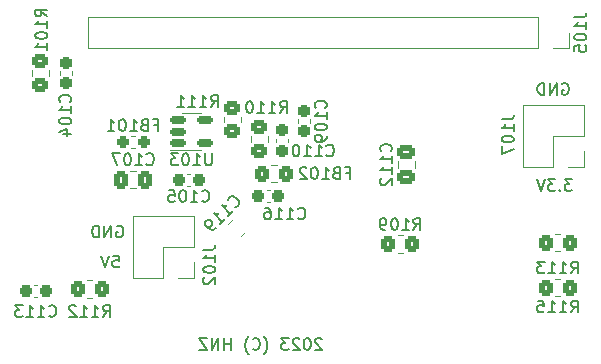
<source format=gbr>
%TF.GenerationSoftware,KiCad,Pcbnew,7.0.5*%
%TF.CreationDate,2023-07-22T19:28:39+09:00*%
%TF.ProjectId,power,706f7765-722e-46b6-9963-61645f706362,rev?*%
%TF.SameCoordinates,Original*%
%TF.FileFunction,Legend,Bot*%
%TF.FilePolarity,Positive*%
%FSLAX46Y46*%
G04 Gerber Fmt 4.6, Leading zero omitted, Abs format (unit mm)*
G04 Created by KiCad (PCBNEW 7.0.5) date 2023-07-22 19:28:39*
%MOMM*%
%LPD*%
G01*
G04 APERTURE LIST*
G04 Aperture macros list*
%AMRoundRect*
0 Rectangle with rounded corners*
0 $1 Rounding radius*
0 $2 $3 $4 $5 $6 $7 $8 $9 X,Y pos of 4 corners*
0 Add a 4 corners polygon primitive as box body*
4,1,4,$2,$3,$4,$5,$6,$7,$8,$9,$2,$3,0*
0 Add four circle primitives for the rounded corners*
1,1,$1+$1,$2,$3*
1,1,$1+$1,$4,$5*
1,1,$1+$1,$6,$7*
1,1,$1+$1,$8,$9*
0 Add four rect primitives between the rounded corners*
20,1,$1+$1,$2,$3,$4,$5,0*
20,1,$1+$1,$4,$5,$6,$7,0*
20,1,$1+$1,$6,$7,$8,$9,0*
20,1,$1+$1,$8,$9,$2,$3,0*%
G04 Aperture macros list end*
%ADD10C,0.150000*%
%ADD11C,0.120000*%
%ADD12C,1.200000*%
%ADD13O,2.600000X1.500000*%
%ADD14R,1.700000X1.700000*%
%ADD15O,1.700000X1.700000*%
%ADD16RoundRect,0.237500X0.237500X-0.300000X0.237500X0.300000X-0.237500X0.300000X-0.237500X-0.300000X0*%
%ADD17RoundRect,0.150000X-0.512500X-0.150000X0.512500X-0.150000X0.512500X0.150000X-0.512500X0.150000X0*%
%ADD18RoundRect,0.250000X0.450000X-0.350000X0.450000X0.350000X-0.450000X0.350000X-0.450000X-0.350000X0*%
%ADD19RoundRect,0.250000X0.337500X0.475000X-0.337500X0.475000X-0.337500X-0.475000X0.337500X-0.475000X0*%
%ADD20RoundRect,0.237500X-0.300000X-0.237500X0.300000X-0.237500X0.300000X0.237500X-0.300000X0.237500X0*%
%ADD21RoundRect,0.250000X0.350000X0.450000X-0.350000X0.450000X-0.350000X-0.450000X0.350000X-0.450000X0*%
%ADD22RoundRect,0.250000X-0.350000X-0.450000X0.350000X-0.450000X0.350000X0.450000X-0.350000X0.450000X0*%
%ADD23RoundRect,0.237500X-0.287500X-0.237500X0.287500X-0.237500X0.287500X0.237500X-0.287500X0.237500X0*%
%ADD24RoundRect,0.237500X0.300000X0.237500X-0.300000X0.237500X-0.300000X-0.237500X0.300000X-0.237500X0*%
%ADD25RoundRect,0.250000X-0.325000X-0.450000X0.325000X-0.450000X0.325000X0.450000X-0.325000X0.450000X0*%
%ADD26RoundRect,0.250000X-0.475000X0.337500X-0.475000X-0.337500X0.475000X-0.337500X0.475000X0.337500X0*%
%ADD27RoundRect,0.250000X-0.097227X0.574524X-0.574524X0.097227X0.097227X-0.574524X0.574524X-0.097227X0*%
G04 APERTURE END LIST*
D10*
X73088476Y-59398819D02*
X73564666Y-59398819D01*
X73564666Y-59398819D02*
X73612285Y-59875009D01*
X73612285Y-59875009D02*
X73564666Y-59827390D01*
X73564666Y-59827390D02*
X73469428Y-59779771D01*
X73469428Y-59779771D02*
X73231333Y-59779771D01*
X73231333Y-59779771D02*
X73136095Y-59827390D01*
X73136095Y-59827390D02*
X73088476Y-59875009D01*
X73088476Y-59875009D02*
X73040857Y-59970247D01*
X73040857Y-59970247D02*
X73040857Y-60208342D01*
X73040857Y-60208342D02*
X73088476Y-60303580D01*
X73088476Y-60303580D02*
X73136095Y-60351200D01*
X73136095Y-60351200D02*
X73231333Y-60398819D01*
X73231333Y-60398819D02*
X73469428Y-60398819D01*
X73469428Y-60398819D02*
X73564666Y-60351200D01*
X73564666Y-60351200D02*
X73612285Y-60303580D01*
X72755142Y-59398819D02*
X72421809Y-60398819D01*
X72421809Y-60398819D02*
X72088476Y-59398819D01*
X111966189Y-52921819D02*
X111347142Y-52921819D01*
X111347142Y-52921819D02*
X111680475Y-53302771D01*
X111680475Y-53302771D02*
X111537618Y-53302771D01*
X111537618Y-53302771D02*
X111442380Y-53350390D01*
X111442380Y-53350390D02*
X111394761Y-53398009D01*
X111394761Y-53398009D02*
X111347142Y-53493247D01*
X111347142Y-53493247D02*
X111347142Y-53731342D01*
X111347142Y-53731342D02*
X111394761Y-53826580D01*
X111394761Y-53826580D02*
X111442380Y-53874200D01*
X111442380Y-53874200D02*
X111537618Y-53921819D01*
X111537618Y-53921819D02*
X111823332Y-53921819D01*
X111823332Y-53921819D02*
X111918570Y-53874200D01*
X111918570Y-53874200D02*
X111966189Y-53826580D01*
X110918570Y-53826580D02*
X110870951Y-53874200D01*
X110870951Y-53874200D02*
X110918570Y-53921819D01*
X110918570Y-53921819D02*
X110966189Y-53874200D01*
X110966189Y-53874200D02*
X110918570Y-53826580D01*
X110918570Y-53826580D02*
X110918570Y-53921819D01*
X110537618Y-52921819D02*
X109918571Y-52921819D01*
X109918571Y-52921819D02*
X110251904Y-53302771D01*
X110251904Y-53302771D02*
X110109047Y-53302771D01*
X110109047Y-53302771D02*
X110013809Y-53350390D01*
X110013809Y-53350390D02*
X109966190Y-53398009D01*
X109966190Y-53398009D02*
X109918571Y-53493247D01*
X109918571Y-53493247D02*
X109918571Y-53731342D01*
X109918571Y-53731342D02*
X109966190Y-53826580D01*
X109966190Y-53826580D02*
X110013809Y-53874200D01*
X110013809Y-53874200D02*
X110109047Y-53921819D01*
X110109047Y-53921819D02*
X110394761Y-53921819D01*
X110394761Y-53921819D02*
X110489999Y-53874200D01*
X110489999Y-53874200D02*
X110537618Y-53826580D01*
X109632856Y-52921819D02*
X109299523Y-53921819D01*
X109299523Y-53921819D02*
X108966190Y-52921819D01*
X90764666Y-66479057D02*
X90717047Y-66431438D01*
X90717047Y-66431438D02*
X90621809Y-66383819D01*
X90621809Y-66383819D02*
X90383714Y-66383819D01*
X90383714Y-66383819D02*
X90288476Y-66431438D01*
X90288476Y-66431438D02*
X90240857Y-66479057D01*
X90240857Y-66479057D02*
X90193238Y-66574295D01*
X90193238Y-66574295D02*
X90193238Y-66669533D01*
X90193238Y-66669533D02*
X90240857Y-66812390D01*
X90240857Y-66812390D02*
X90812285Y-67383819D01*
X90812285Y-67383819D02*
X90193238Y-67383819D01*
X89574190Y-66383819D02*
X89478952Y-66383819D01*
X89478952Y-66383819D02*
X89383714Y-66431438D01*
X89383714Y-66431438D02*
X89336095Y-66479057D01*
X89336095Y-66479057D02*
X89288476Y-66574295D01*
X89288476Y-66574295D02*
X89240857Y-66764771D01*
X89240857Y-66764771D02*
X89240857Y-67002866D01*
X89240857Y-67002866D02*
X89288476Y-67193342D01*
X89288476Y-67193342D02*
X89336095Y-67288580D01*
X89336095Y-67288580D02*
X89383714Y-67336200D01*
X89383714Y-67336200D02*
X89478952Y-67383819D01*
X89478952Y-67383819D02*
X89574190Y-67383819D01*
X89574190Y-67383819D02*
X89669428Y-67336200D01*
X89669428Y-67336200D02*
X89717047Y-67288580D01*
X89717047Y-67288580D02*
X89764666Y-67193342D01*
X89764666Y-67193342D02*
X89812285Y-67002866D01*
X89812285Y-67002866D02*
X89812285Y-66764771D01*
X89812285Y-66764771D02*
X89764666Y-66574295D01*
X89764666Y-66574295D02*
X89717047Y-66479057D01*
X89717047Y-66479057D02*
X89669428Y-66431438D01*
X89669428Y-66431438D02*
X89574190Y-66383819D01*
X88859904Y-66479057D02*
X88812285Y-66431438D01*
X88812285Y-66431438D02*
X88717047Y-66383819D01*
X88717047Y-66383819D02*
X88478952Y-66383819D01*
X88478952Y-66383819D02*
X88383714Y-66431438D01*
X88383714Y-66431438D02*
X88336095Y-66479057D01*
X88336095Y-66479057D02*
X88288476Y-66574295D01*
X88288476Y-66574295D02*
X88288476Y-66669533D01*
X88288476Y-66669533D02*
X88336095Y-66812390D01*
X88336095Y-66812390D02*
X88907523Y-67383819D01*
X88907523Y-67383819D02*
X88288476Y-67383819D01*
X87955142Y-66383819D02*
X87336095Y-66383819D01*
X87336095Y-66383819D02*
X87669428Y-66764771D01*
X87669428Y-66764771D02*
X87526571Y-66764771D01*
X87526571Y-66764771D02*
X87431333Y-66812390D01*
X87431333Y-66812390D02*
X87383714Y-66860009D01*
X87383714Y-66860009D02*
X87336095Y-66955247D01*
X87336095Y-66955247D02*
X87336095Y-67193342D01*
X87336095Y-67193342D02*
X87383714Y-67288580D01*
X87383714Y-67288580D02*
X87431333Y-67336200D01*
X87431333Y-67336200D02*
X87526571Y-67383819D01*
X87526571Y-67383819D02*
X87812285Y-67383819D01*
X87812285Y-67383819D02*
X87907523Y-67336200D01*
X87907523Y-67336200D02*
X87955142Y-67288580D01*
X85859904Y-67764771D02*
X85907523Y-67717152D01*
X85907523Y-67717152D02*
X86002761Y-67574295D01*
X86002761Y-67574295D02*
X86050380Y-67479057D01*
X86050380Y-67479057D02*
X86097999Y-67336200D01*
X86097999Y-67336200D02*
X86145618Y-67098104D01*
X86145618Y-67098104D02*
X86145618Y-66907628D01*
X86145618Y-66907628D02*
X86097999Y-66669533D01*
X86097999Y-66669533D02*
X86050380Y-66526676D01*
X86050380Y-66526676D02*
X86002761Y-66431438D01*
X86002761Y-66431438D02*
X85907523Y-66288580D01*
X85907523Y-66288580D02*
X85859904Y-66240961D01*
X84907523Y-67288580D02*
X84955142Y-67336200D01*
X84955142Y-67336200D02*
X85097999Y-67383819D01*
X85097999Y-67383819D02*
X85193237Y-67383819D01*
X85193237Y-67383819D02*
X85336094Y-67336200D01*
X85336094Y-67336200D02*
X85431332Y-67240961D01*
X85431332Y-67240961D02*
X85478951Y-67145723D01*
X85478951Y-67145723D02*
X85526570Y-66955247D01*
X85526570Y-66955247D02*
X85526570Y-66812390D01*
X85526570Y-66812390D02*
X85478951Y-66621914D01*
X85478951Y-66621914D02*
X85431332Y-66526676D01*
X85431332Y-66526676D02*
X85336094Y-66431438D01*
X85336094Y-66431438D02*
X85193237Y-66383819D01*
X85193237Y-66383819D02*
X85097999Y-66383819D01*
X85097999Y-66383819D02*
X84955142Y-66431438D01*
X84955142Y-66431438D02*
X84907523Y-66479057D01*
X84574189Y-67764771D02*
X84526570Y-67717152D01*
X84526570Y-67717152D02*
X84431332Y-67574295D01*
X84431332Y-67574295D02*
X84383713Y-67479057D01*
X84383713Y-67479057D02*
X84336094Y-67336200D01*
X84336094Y-67336200D02*
X84288475Y-67098104D01*
X84288475Y-67098104D02*
X84288475Y-66907628D01*
X84288475Y-66907628D02*
X84336094Y-66669533D01*
X84336094Y-66669533D02*
X84383713Y-66526676D01*
X84383713Y-66526676D02*
X84431332Y-66431438D01*
X84431332Y-66431438D02*
X84526570Y-66288580D01*
X84526570Y-66288580D02*
X84574189Y-66240961D01*
X83050379Y-67383819D02*
X83050379Y-66383819D01*
X83050379Y-66860009D02*
X82478951Y-66860009D01*
X82478951Y-67383819D02*
X82478951Y-66383819D01*
X82002760Y-67383819D02*
X82002760Y-66383819D01*
X82002760Y-66383819D02*
X81431332Y-67383819D01*
X81431332Y-67383819D02*
X81431332Y-66383819D01*
X81050379Y-66383819D02*
X80383713Y-66383819D01*
X80383713Y-66383819D02*
X81050379Y-67383819D01*
X81050379Y-67383819D02*
X80383713Y-67383819D01*
X73405904Y-56906438D02*
X73501142Y-56858819D01*
X73501142Y-56858819D02*
X73643999Y-56858819D01*
X73643999Y-56858819D02*
X73786856Y-56906438D01*
X73786856Y-56906438D02*
X73882094Y-57001676D01*
X73882094Y-57001676D02*
X73929713Y-57096914D01*
X73929713Y-57096914D02*
X73977332Y-57287390D01*
X73977332Y-57287390D02*
X73977332Y-57430247D01*
X73977332Y-57430247D02*
X73929713Y-57620723D01*
X73929713Y-57620723D02*
X73882094Y-57715961D01*
X73882094Y-57715961D02*
X73786856Y-57811200D01*
X73786856Y-57811200D02*
X73643999Y-57858819D01*
X73643999Y-57858819D02*
X73548761Y-57858819D01*
X73548761Y-57858819D02*
X73405904Y-57811200D01*
X73405904Y-57811200D02*
X73358285Y-57763580D01*
X73358285Y-57763580D02*
X73358285Y-57430247D01*
X73358285Y-57430247D02*
X73548761Y-57430247D01*
X72929713Y-57858819D02*
X72929713Y-56858819D01*
X72929713Y-56858819D02*
X72358285Y-57858819D01*
X72358285Y-57858819D02*
X72358285Y-56858819D01*
X71882094Y-57858819D02*
X71882094Y-56858819D01*
X71882094Y-56858819D02*
X71643999Y-56858819D01*
X71643999Y-56858819D02*
X71501142Y-56906438D01*
X71501142Y-56906438D02*
X71405904Y-57001676D01*
X71405904Y-57001676D02*
X71358285Y-57096914D01*
X71358285Y-57096914D02*
X71310666Y-57287390D01*
X71310666Y-57287390D02*
X71310666Y-57430247D01*
X71310666Y-57430247D02*
X71358285Y-57620723D01*
X71358285Y-57620723D02*
X71405904Y-57715961D01*
X71405904Y-57715961D02*
X71501142Y-57811200D01*
X71501142Y-57811200D02*
X71643999Y-57858819D01*
X71643999Y-57858819D02*
X71882094Y-57858819D01*
X111124904Y-44841438D02*
X111220142Y-44793819D01*
X111220142Y-44793819D02*
X111362999Y-44793819D01*
X111362999Y-44793819D02*
X111505856Y-44841438D01*
X111505856Y-44841438D02*
X111601094Y-44936676D01*
X111601094Y-44936676D02*
X111648713Y-45031914D01*
X111648713Y-45031914D02*
X111696332Y-45222390D01*
X111696332Y-45222390D02*
X111696332Y-45365247D01*
X111696332Y-45365247D02*
X111648713Y-45555723D01*
X111648713Y-45555723D02*
X111601094Y-45650961D01*
X111601094Y-45650961D02*
X111505856Y-45746200D01*
X111505856Y-45746200D02*
X111362999Y-45793819D01*
X111362999Y-45793819D02*
X111267761Y-45793819D01*
X111267761Y-45793819D02*
X111124904Y-45746200D01*
X111124904Y-45746200D02*
X111077285Y-45698580D01*
X111077285Y-45698580D02*
X111077285Y-45365247D01*
X111077285Y-45365247D02*
X111267761Y-45365247D01*
X110648713Y-45793819D02*
X110648713Y-44793819D01*
X110648713Y-44793819D02*
X110077285Y-45793819D01*
X110077285Y-45793819D02*
X110077285Y-44793819D01*
X109601094Y-45793819D02*
X109601094Y-44793819D01*
X109601094Y-44793819D02*
X109362999Y-44793819D01*
X109362999Y-44793819D02*
X109220142Y-44841438D01*
X109220142Y-44841438D02*
X109124904Y-44936676D01*
X109124904Y-44936676D02*
X109077285Y-45031914D01*
X109077285Y-45031914D02*
X109029666Y-45222390D01*
X109029666Y-45222390D02*
X109029666Y-45365247D01*
X109029666Y-45365247D02*
X109077285Y-45555723D01*
X109077285Y-45555723D02*
X109124904Y-45650961D01*
X109124904Y-45650961D02*
X109220142Y-45746200D01*
X109220142Y-45746200D02*
X109362999Y-45793819D01*
X109362999Y-45793819D02*
X109601094Y-45793819D01*
%TO.C,C104*%
X69447580Y-46378952D02*
X69495200Y-46331333D01*
X69495200Y-46331333D02*
X69542819Y-46188476D01*
X69542819Y-46188476D02*
X69542819Y-46093238D01*
X69542819Y-46093238D02*
X69495200Y-45950381D01*
X69495200Y-45950381D02*
X69399961Y-45855143D01*
X69399961Y-45855143D02*
X69304723Y-45807524D01*
X69304723Y-45807524D02*
X69114247Y-45759905D01*
X69114247Y-45759905D02*
X68971390Y-45759905D01*
X68971390Y-45759905D02*
X68780914Y-45807524D01*
X68780914Y-45807524D02*
X68685676Y-45855143D01*
X68685676Y-45855143D02*
X68590438Y-45950381D01*
X68590438Y-45950381D02*
X68542819Y-46093238D01*
X68542819Y-46093238D02*
X68542819Y-46188476D01*
X68542819Y-46188476D02*
X68590438Y-46331333D01*
X68590438Y-46331333D02*
X68638057Y-46378952D01*
X69542819Y-47331333D02*
X69542819Y-46759905D01*
X69542819Y-47045619D02*
X68542819Y-47045619D01*
X68542819Y-47045619D02*
X68685676Y-46950381D01*
X68685676Y-46950381D02*
X68780914Y-46855143D01*
X68780914Y-46855143D02*
X68828533Y-46759905D01*
X68542819Y-47950381D02*
X68542819Y-48045619D01*
X68542819Y-48045619D02*
X68590438Y-48140857D01*
X68590438Y-48140857D02*
X68638057Y-48188476D01*
X68638057Y-48188476D02*
X68733295Y-48236095D01*
X68733295Y-48236095D02*
X68923771Y-48283714D01*
X68923771Y-48283714D02*
X69161866Y-48283714D01*
X69161866Y-48283714D02*
X69352342Y-48236095D01*
X69352342Y-48236095D02*
X69447580Y-48188476D01*
X69447580Y-48188476D02*
X69495200Y-48140857D01*
X69495200Y-48140857D02*
X69542819Y-48045619D01*
X69542819Y-48045619D02*
X69542819Y-47950381D01*
X69542819Y-47950381D02*
X69495200Y-47855143D01*
X69495200Y-47855143D02*
X69447580Y-47807524D01*
X69447580Y-47807524D02*
X69352342Y-47759905D01*
X69352342Y-47759905D02*
X69161866Y-47712286D01*
X69161866Y-47712286D02*
X68923771Y-47712286D01*
X68923771Y-47712286D02*
X68733295Y-47759905D01*
X68733295Y-47759905D02*
X68638057Y-47807524D01*
X68638057Y-47807524D02*
X68590438Y-47855143D01*
X68590438Y-47855143D02*
X68542819Y-47950381D01*
X68876152Y-49140857D02*
X69542819Y-49140857D01*
X68495200Y-48902762D02*
X69209485Y-48664667D01*
X69209485Y-48664667D02*
X69209485Y-49283714D01*
%TO.C,U103*%
X81470285Y-50749819D02*
X81470285Y-51559342D01*
X81470285Y-51559342D02*
X81422666Y-51654580D01*
X81422666Y-51654580D02*
X81375047Y-51702200D01*
X81375047Y-51702200D02*
X81279809Y-51749819D01*
X81279809Y-51749819D02*
X81089333Y-51749819D01*
X81089333Y-51749819D02*
X80994095Y-51702200D01*
X80994095Y-51702200D02*
X80946476Y-51654580D01*
X80946476Y-51654580D02*
X80898857Y-51559342D01*
X80898857Y-51559342D02*
X80898857Y-50749819D01*
X79898857Y-51749819D02*
X80470285Y-51749819D01*
X80184571Y-51749819D02*
X80184571Y-50749819D01*
X80184571Y-50749819D02*
X80279809Y-50892676D01*
X80279809Y-50892676D02*
X80375047Y-50987914D01*
X80375047Y-50987914D02*
X80470285Y-51035533D01*
X79279809Y-50749819D02*
X79184571Y-50749819D01*
X79184571Y-50749819D02*
X79089333Y-50797438D01*
X79089333Y-50797438D02*
X79041714Y-50845057D01*
X79041714Y-50845057D02*
X78994095Y-50940295D01*
X78994095Y-50940295D02*
X78946476Y-51130771D01*
X78946476Y-51130771D02*
X78946476Y-51368866D01*
X78946476Y-51368866D02*
X78994095Y-51559342D01*
X78994095Y-51559342D02*
X79041714Y-51654580D01*
X79041714Y-51654580D02*
X79089333Y-51702200D01*
X79089333Y-51702200D02*
X79184571Y-51749819D01*
X79184571Y-51749819D02*
X79279809Y-51749819D01*
X79279809Y-51749819D02*
X79375047Y-51702200D01*
X79375047Y-51702200D02*
X79422666Y-51654580D01*
X79422666Y-51654580D02*
X79470285Y-51559342D01*
X79470285Y-51559342D02*
X79517904Y-51368866D01*
X79517904Y-51368866D02*
X79517904Y-51130771D01*
X79517904Y-51130771D02*
X79470285Y-50940295D01*
X79470285Y-50940295D02*
X79422666Y-50845057D01*
X79422666Y-50845057D02*
X79375047Y-50797438D01*
X79375047Y-50797438D02*
X79279809Y-50749819D01*
X78613142Y-50749819D02*
X77994095Y-50749819D01*
X77994095Y-50749819D02*
X78327428Y-51130771D01*
X78327428Y-51130771D02*
X78184571Y-51130771D01*
X78184571Y-51130771D02*
X78089333Y-51178390D01*
X78089333Y-51178390D02*
X78041714Y-51226009D01*
X78041714Y-51226009D02*
X77994095Y-51321247D01*
X77994095Y-51321247D02*
X77994095Y-51559342D01*
X77994095Y-51559342D02*
X78041714Y-51654580D01*
X78041714Y-51654580D02*
X78089333Y-51702200D01*
X78089333Y-51702200D02*
X78184571Y-51749819D01*
X78184571Y-51749819D02*
X78470285Y-51749819D01*
X78470285Y-51749819D02*
X78565523Y-51702200D01*
X78565523Y-51702200D02*
X78613142Y-51654580D01*
%TO.C,R111*%
X81383047Y-46809819D02*
X81716380Y-46333628D01*
X81954475Y-46809819D02*
X81954475Y-45809819D01*
X81954475Y-45809819D02*
X81573523Y-45809819D01*
X81573523Y-45809819D02*
X81478285Y-45857438D01*
X81478285Y-45857438D02*
X81430666Y-45905057D01*
X81430666Y-45905057D02*
X81383047Y-46000295D01*
X81383047Y-46000295D02*
X81383047Y-46143152D01*
X81383047Y-46143152D02*
X81430666Y-46238390D01*
X81430666Y-46238390D02*
X81478285Y-46286009D01*
X81478285Y-46286009D02*
X81573523Y-46333628D01*
X81573523Y-46333628D02*
X81954475Y-46333628D01*
X80430666Y-46809819D02*
X81002094Y-46809819D01*
X80716380Y-46809819D02*
X80716380Y-45809819D01*
X80716380Y-45809819D02*
X80811618Y-45952676D01*
X80811618Y-45952676D02*
X80906856Y-46047914D01*
X80906856Y-46047914D02*
X81002094Y-46095533D01*
X79478285Y-46809819D02*
X80049713Y-46809819D01*
X79763999Y-46809819D02*
X79763999Y-45809819D01*
X79763999Y-45809819D02*
X79859237Y-45952676D01*
X79859237Y-45952676D02*
X79954475Y-46047914D01*
X79954475Y-46047914D02*
X80049713Y-46095533D01*
X78525904Y-46809819D02*
X79097332Y-46809819D01*
X78811618Y-46809819D02*
X78811618Y-45809819D01*
X78811618Y-45809819D02*
X78906856Y-45952676D01*
X78906856Y-45952676D02*
X79002094Y-46047914D01*
X79002094Y-46047914D02*
X79097332Y-46095533D01*
%TO.C,C107*%
X75922047Y-51638580D02*
X75969666Y-51686200D01*
X75969666Y-51686200D02*
X76112523Y-51733819D01*
X76112523Y-51733819D02*
X76207761Y-51733819D01*
X76207761Y-51733819D02*
X76350618Y-51686200D01*
X76350618Y-51686200D02*
X76445856Y-51590961D01*
X76445856Y-51590961D02*
X76493475Y-51495723D01*
X76493475Y-51495723D02*
X76541094Y-51305247D01*
X76541094Y-51305247D02*
X76541094Y-51162390D01*
X76541094Y-51162390D02*
X76493475Y-50971914D01*
X76493475Y-50971914D02*
X76445856Y-50876676D01*
X76445856Y-50876676D02*
X76350618Y-50781438D01*
X76350618Y-50781438D02*
X76207761Y-50733819D01*
X76207761Y-50733819D02*
X76112523Y-50733819D01*
X76112523Y-50733819D02*
X75969666Y-50781438D01*
X75969666Y-50781438D02*
X75922047Y-50829057D01*
X74969666Y-51733819D02*
X75541094Y-51733819D01*
X75255380Y-51733819D02*
X75255380Y-50733819D01*
X75255380Y-50733819D02*
X75350618Y-50876676D01*
X75350618Y-50876676D02*
X75445856Y-50971914D01*
X75445856Y-50971914D02*
X75541094Y-51019533D01*
X74350618Y-50733819D02*
X74255380Y-50733819D01*
X74255380Y-50733819D02*
X74160142Y-50781438D01*
X74160142Y-50781438D02*
X74112523Y-50829057D01*
X74112523Y-50829057D02*
X74064904Y-50924295D01*
X74064904Y-50924295D02*
X74017285Y-51114771D01*
X74017285Y-51114771D02*
X74017285Y-51352866D01*
X74017285Y-51352866D02*
X74064904Y-51543342D01*
X74064904Y-51543342D02*
X74112523Y-51638580D01*
X74112523Y-51638580D02*
X74160142Y-51686200D01*
X74160142Y-51686200D02*
X74255380Y-51733819D01*
X74255380Y-51733819D02*
X74350618Y-51733819D01*
X74350618Y-51733819D02*
X74445856Y-51686200D01*
X74445856Y-51686200D02*
X74493475Y-51638580D01*
X74493475Y-51638580D02*
X74541094Y-51543342D01*
X74541094Y-51543342D02*
X74588713Y-51352866D01*
X74588713Y-51352866D02*
X74588713Y-51114771D01*
X74588713Y-51114771D02*
X74541094Y-50924295D01*
X74541094Y-50924295D02*
X74493475Y-50829057D01*
X74493475Y-50829057D02*
X74445856Y-50781438D01*
X74445856Y-50781438D02*
X74350618Y-50733819D01*
X73683951Y-50733819D02*
X73017285Y-50733819D01*
X73017285Y-50733819D02*
X73445856Y-51733819D01*
%TO.C,J105*%
X112147819Y-39227285D02*
X112862104Y-39227285D01*
X112862104Y-39227285D02*
X113004961Y-39179666D01*
X113004961Y-39179666D02*
X113100200Y-39084428D01*
X113100200Y-39084428D02*
X113147819Y-38941571D01*
X113147819Y-38941571D02*
X113147819Y-38846333D01*
X113147819Y-40227285D02*
X113147819Y-39655857D01*
X113147819Y-39941571D02*
X112147819Y-39941571D01*
X112147819Y-39941571D02*
X112290676Y-39846333D01*
X112290676Y-39846333D02*
X112385914Y-39751095D01*
X112385914Y-39751095D02*
X112433533Y-39655857D01*
X112147819Y-40846333D02*
X112147819Y-40941571D01*
X112147819Y-40941571D02*
X112195438Y-41036809D01*
X112195438Y-41036809D02*
X112243057Y-41084428D01*
X112243057Y-41084428D02*
X112338295Y-41132047D01*
X112338295Y-41132047D02*
X112528771Y-41179666D01*
X112528771Y-41179666D02*
X112766866Y-41179666D01*
X112766866Y-41179666D02*
X112957342Y-41132047D01*
X112957342Y-41132047D02*
X113052580Y-41084428D01*
X113052580Y-41084428D02*
X113100200Y-41036809D01*
X113100200Y-41036809D02*
X113147819Y-40941571D01*
X113147819Y-40941571D02*
X113147819Y-40846333D01*
X113147819Y-40846333D02*
X113100200Y-40751095D01*
X113100200Y-40751095D02*
X113052580Y-40703476D01*
X113052580Y-40703476D02*
X112957342Y-40655857D01*
X112957342Y-40655857D02*
X112766866Y-40608238D01*
X112766866Y-40608238D02*
X112528771Y-40608238D01*
X112528771Y-40608238D02*
X112338295Y-40655857D01*
X112338295Y-40655857D02*
X112243057Y-40703476D01*
X112243057Y-40703476D02*
X112195438Y-40751095D01*
X112195438Y-40751095D02*
X112147819Y-40846333D01*
X112147819Y-42084428D02*
X112147819Y-41608238D01*
X112147819Y-41608238D02*
X112624009Y-41560619D01*
X112624009Y-41560619D02*
X112576390Y-41608238D01*
X112576390Y-41608238D02*
X112528771Y-41703476D01*
X112528771Y-41703476D02*
X112528771Y-41941571D01*
X112528771Y-41941571D02*
X112576390Y-42036809D01*
X112576390Y-42036809D02*
X112624009Y-42084428D01*
X112624009Y-42084428D02*
X112719247Y-42132047D01*
X112719247Y-42132047D02*
X112957342Y-42132047D01*
X112957342Y-42132047D02*
X113052580Y-42084428D01*
X113052580Y-42084428D02*
X113100200Y-42036809D01*
X113100200Y-42036809D02*
X113147819Y-41941571D01*
X113147819Y-41941571D02*
X113147819Y-41703476D01*
X113147819Y-41703476D02*
X113100200Y-41608238D01*
X113100200Y-41608238D02*
X113052580Y-41560619D01*
%TO.C,C105*%
X80621047Y-54748580D02*
X80668666Y-54796200D01*
X80668666Y-54796200D02*
X80811523Y-54843819D01*
X80811523Y-54843819D02*
X80906761Y-54843819D01*
X80906761Y-54843819D02*
X81049618Y-54796200D01*
X81049618Y-54796200D02*
X81144856Y-54700961D01*
X81144856Y-54700961D02*
X81192475Y-54605723D01*
X81192475Y-54605723D02*
X81240094Y-54415247D01*
X81240094Y-54415247D02*
X81240094Y-54272390D01*
X81240094Y-54272390D02*
X81192475Y-54081914D01*
X81192475Y-54081914D02*
X81144856Y-53986676D01*
X81144856Y-53986676D02*
X81049618Y-53891438D01*
X81049618Y-53891438D02*
X80906761Y-53843819D01*
X80906761Y-53843819D02*
X80811523Y-53843819D01*
X80811523Y-53843819D02*
X80668666Y-53891438D01*
X80668666Y-53891438D02*
X80621047Y-53939057D01*
X79668666Y-54843819D02*
X80240094Y-54843819D01*
X79954380Y-54843819D02*
X79954380Y-53843819D01*
X79954380Y-53843819D02*
X80049618Y-53986676D01*
X80049618Y-53986676D02*
X80144856Y-54081914D01*
X80144856Y-54081914D02*
X80240094Y-54129533D01*
X79049618Y-53843819D02*
X78954380Y-53843819D01*
X78954380Y-53843819D02*
X78859142Y-53891438D01*
X78859142Y-53891438D02*
X78811523Y-53939057D01*
X78811523Y-53939057D02*
X78763904Y-54034295D01*
X78763904Y-54034295D02*
X78716285Y-54224771D01*
X78716285Y-54224771D02*
X78716285Y-54462866D01*
X78716285Y-54462866D02*
X78763904Y-54653342D01*
X78763904Y-54653342D02*
X78811523Y-54748580D01*
X78811523Y-54748580D02*
X78859142Y-54796200D01*
X78859142Y-54796200D02*
X78954380Y-54843819D01*
X78954380Y-54843819D02*
X79049618Y-54843819D01*
X79049618Y-54843819D02*
X79144856Y-54796200D01*
X79144856Y-54796200D02*
X79192475Y-54748580D01*
X79192475Y-54748580D02*
X79240094Y-54653342D01*
X79240094Y-54653342D02*
X79287713Y-54462866D01*
X79287713Y-54462866D02*
X79287713Y-54224771D01*
X79287713Y-54224771D02*
X79240094Y-54034295D01*
X79240094Y-54034295D02*
X79192475Y-53939057D01*
X79192475Y-53939057D02*
X79144856Y-53891438D01*
X79144856Y-53891438D02*
X79049618Y-53843819D01*
X77811523Y-53843819D02*
X78287713Y-53843819D01*
X78287713Y-53843819D02*
X78335332Y-54320009D01*
X78335332Y-54320009D02*
X78287713Y-54272390D01*
X78287713Y-54272390D02*
X78192475Y-54224771D01*
X78192475Y-54224771D02*
X77954380Y-54224771D01*
X77954380Y-54224771D02*
X77859142Y-54272390D01*
X77859142Y-54272390D02*
X77811523Y-54320009D01*
X77811523Y-54320009D02*
X77763904Y-54415247D01*
X77763904Y-54415247D02*
X77763904Y-54653342D01*
X77763904Y-54653342D02*
X77811523Y-54748580D01*
X77811523Y-54748580D02*
X77859142Y-54796200D01*
X77859142Y-54796200D02*
X77954380Y-54843819D01*
X77954380Y-54843819D02*
X78192475Y-54843819D01*
X78192475Y-54843819D02*
X78287713Y-54796200D01*
X78287713Y-54796200D02*
X78335332Y-54748580D01*
%TO.C,R112*%
X72239047Y-64589819D02*
X72572380Y-64113628D01*
X72810475Y-64589819D02*
X72810475Y-63589819D01*
X72810475Y-63589819D02*
X72429523Y-63589819D01*
X72429523Y-63589819D02*
X72334285Y-63637438D01*
X72334285Y-63637438D02*
X72286666Y-63685057D01*
X72286666Y-63685057D02*
X72239047Y-63780295D01*
X72239047Y-63780295D02*
X72239047Y-63923152D01*
X72239047Y-63923152D02*
X72286666Y-64018390D01*
X72286666Y-64018390D02*
X72334285Y-64066009D01*
X72334285Y-64066009D02*
X72429523Y-64113628D01*
X72429523Y-64113628D02*
X72810475Y-64113628D01*
X71286666Y-64589819D02*
X71858094Y-64589819D01*
X71572380Y-64589819D02*
X71572380Y-63589819D01*
X71572380Y-63589819D02*
X71667618Y-63732676D01*
X71667618Y-63732676D02*
X71762856Y-63827914D01*
X71762856Y-63827914D02*
X71858094Y-63875533D01*
X70334285Y-64589819D02*
X70905713Y-64589819D01*
X70619999Y-64589819D02*
X70619999Y-63589819D01*
X70619999Y-63589819D02*
X70715237Y-63732676D01*
X70715237Y-63732676D02*
X70810475Y-63827914D01*
X70810475Y-63827914D02*
X70905713Y-63875533D01*
X69953332Y-63685057D02*
X69905713Y-63637438D01*
X69905713Y-63637438D02*
X69810475Y-63589819D01*
X69810475Y-63589819D02*
X69572380Y-63589819D01*
X69572380Y-63589819D02*
X69477142Y-63637438D01*
X69477142Y-63637438D02*
X69429523Y-63685057D01*
X69429523Y-63685057D02*
X69381904Y-63780295D01*
X69381904Y-63780295D02*
X69381904Y-63875533D01*
X69381904Y-63875533D02*
X69429523Y-64018390D01*
X69429523Y-64018390D02*
X70000951Y-64589819D01*
X70000951Y-64589819D02*
X69381904Y-64589819D01*
%TO.C,R115*%
X111863047Y-64207819D02*
X112196380Y-63731628D01*
X112434475Y-64207819D02*
X112434475Y-63207819D01*
X112434475Y-63207819D02*
X112053523Y-63207819D01*
X112053523Y-63207819D02*
X111958285Y-63255438D01*
X111958285Y-63255438D02*
X111910666Y-63303057D01*
X111910666Y-63303057D02*
X111863047Y-63398295D01*
X111863047Y-63398295D02*
X111863047Y-63541152D01*
X111863047Y-63541152D02*
X111910666Y-63636390D01*
X111910666Y-63636390D02*
X111958285Y-63684009D01*
X111958285Y-63684009D02*
X112053523Y-63731628D01*
X112053523Y-63731628D02*
X112434475Y-63731628D01*
X110910666Y-64207819D02*
X111482094Y-64207819D01*
X111196380Y-64207819D02*
X111196380Y-63207819D01*
X111196380Y-63207819D02*
X111291618Y-63350676D01*
X111291618Y-63350676D02*
X111386856Y-63445914D01*
X111386856Y-63445914D02*
X111482094Y-63493533D01*
X109958285Y-64207819D02*
X110529713Y-64207819D01*
X110243999Y-64207819D02*
X110243999Y-63207819D01*
X110243999Y-63207819D02*
X110339237Y-63350676D01*
X110339237Y-63350676D02*
X110434475Y-63445914D01*
X110434475Y-63445914D02*
X110529713Y-63493533D01*
X109053523Y-63207819D02*
X109529713Y-63207819D01*
X109529713Y-63207819D02*
X109577332Y-63684009D01*
X109577332Y-63684009D02*
X109529713Y-63636390D01*
X109529713Y-63636390D02*
X109434475Y-63588771D01*
X109434475Y-63588771D02*
X109196380Y-63588771D01*
X109196380Y-63588771D02*
X109101142Y-63636390D01*
X109101142Y-63636390D02*
X109053523Y-63684009D01*
X109053523Y-63684009D02*
X109005904Y-63779247D01*
X109005904Y-63779247D02*
X109005904Y-64017342D01*
X109005904Y-64017342D02*
X109053523Y-64112580D01*
X109053523Y-64112580D02*
X109101142Y-64160200D01*
X109101142Y-64160200D02*
X109196380Y-64207819D01*
X109196380Y-64207819D02*
X109434475Y-64207819D01*
X109434475Y-64207819D02*
X109529713Y-64160200D01*
X109529713Y-64160200D02*
X109577332Y-64112580D01*
%TO.C,J102*%
X80734819Y-58912285D02*
X81449104Y-58912285D01*
X81449104Y-58912285D02*
X81591961Y-58864666D01*
X81591961Y-58864666D02*
X81687200Y-58769428D01*
X81687200Y-58769428D02*
X81734819Y-58626571D01*
X81734819Y-58626571D02*
X81734819Y-58531333D01*
X81734819Y-59912285D02*
X81734819Y-59340857D01*
X81734819Y-59626571D02*
X80734819Y-59626571D01*
X80734819Y-59626571D02*
X80877676Y-59531333D01*
X80877676Y-59531333D02*
X80972914Y-59436095D01*
X80972914Y-59436095D02*
X81020533Y-59340857D01*
X80734819Y-60531333D02*
X80734819Y-60626571D01*
X80734819Y-60626571D02*
X80782438Y-60721809D01*
X80782438Y-60721809D02*
X80830057Y-60769428D01*
X80830057Y-60769428D02*
X80925295Y-60817047D01*
X80925295Y-60817047D02*
X81115771Y-60864666D01*
X81115771Y-60864666D02*
X81353866Y-60864666D01*
X81353866Y-60864666D02*
X81544342Y-60817047D01*
X81544342Y-60817047D02*
X81639580Y-60769428D01*
X81639580Y-60769428D02*
X81687200Y-60721809D01*
X81687200Y-60721809D02*
X81734819Y-60626571D01*
X81734819Y-60626571D02*
X81734819Y-60531333D01*
X81734819Y-60531333D02*
X81687200Y-60436095D01*
X81687200Y-60436095D02*
X81639580Y-60388476D01*
X81639580Y-60388476D02*
X81544342Y-60340857D01*
X81544342Y-60340857D02*
X81353866Y-60293238D01*
X81353866Y-60293238D02*
X81115771Y-60293238D01*
X81115771Y-60293238D02*
X80925295Y-60340857D01*
X80925295Y-60340857D02*
X80830057Y-60388476D01*
X80830057Y-60388476D02*
X80782438Y-60436095D01*
X80782438Y-60436095D02*
X80734819Y-60531333D01*
X80830057Y-61245619D02*
X80782438Y-61293238D01*
X80782438Y-61293238D02*
X80734819Y-61388476D01*
X80734819Y-61388476D02*
X80734819Y-61626571D01*
X80734819Y-61626571D02*
X80782438Y-61721809D01*
X80782438Y-61721809D02*
X80830057Y-61769428D01*
X80830057Y-61769428D02*
X80925295Y-61817047D01*
X80925295Y-61817047D02*
X81020533Y-61817047D01*
X81020533Y-61817047D02*
X81163390Y-61769428D01*
X81163390Y-61769428D02*
X81734819Y-61198000D01*
X81734819Y-61198000D02*
X81734819Y-61817047D01*
%TO.C,R113*%
X111863047Y-60906819D02*
X112196380Y-60430628D01*
X112434475Y-60906819D02*
X112434475Y-59906819D01*
X112434475Y-59906819D02*
X112053523Y-59906819D01*
X112053523Y-59906819D02*
X111958285Y-59954438D01*
X111958285Y-59954438D02*
X111910666Y-60002057D01*
X111910666Y-60002057D02*
X111863047Y-60097295D01*
X111863047Y-60097295D02*
X111863047Y-60240152D01*
X111863047Y-60240152D02*
X111910666Y-60335390D01*
X111910666Y-60335390D02*
X111958285Y-60383009D01*
X111958285Y-60383009D02*
X112053523Y-60430628D01*
X112053523Y-60430628D02*
X112434475Y-60430628D01*
X110910666Y-60906819D02*
X111482094Y-60906819D01*
X111196380Y-60906819D02*
X111196380Y-59906819D01*
X111196380Y-59906819D02*
X111291618Y-60049676D01*
X111291618Y-60049676D02*
X111386856Y-60144914D01*
X111386856Y-60144914D02*
X111482094Y-60192533D01*
X109958285Y-60906819D02*
X110529713Y-60906819D01*
X110243999Y-60906819D02*
X110243999Y-59906819D01*
X110243999Y-59906819D02*
X110339237Y-60049676D01*
X110339237Y-60049676D02*
X110434475Y-60144914D01*
X110434475Y-60144914D02*
X110529713Y-60192533D01*
X109624951Y-59906819D02*
X109005904Y-59906819D01*
X109005904Y-59906819D02*
X109339237Y-60287771D01*
X109339237Y-60287771D02*
X109196380Y-60287771D01*
X109196380Y-60287771D02*
X109101142Y-60335390D01*
X109101142Y-60335390D02*
X109053523Y-60383009D01*
X109053523Y-60383009D02*
X109005904Y-60478247D01*
X109005904Y-60478247D02*
X109005904Y-60716342D01*
X109005904Y-60716342D02*
X109053523Y-60811580D01*
X109053523Y-60811580D02*
X109101142Y-60859200D01*
X109101142Y-60859200D02*
X109196380Y-60906819D01*
X109196380Y-60906819D02*
X109482094Y-60906819D01*
X109482094Y-60906819D02*
X109577332Y-60859200D01*
X109577332Y-60859200D02*
X109624951Y-60811580D01*
%TO.C,C109*%
X91070580Y-46886952D02*
X91118200Y-46839333D01*
X91118200Y-46839333D02*
X91165819Y-46696476D01*
X91165819Y-46696476D02*
X91165819Y-46601238D01*
X91165819Y-46601238D02*
X91118200Y-46458381D01*
X91118200Y-46458381D02*
X91022961Y-46363143D01*
X91022961Y-46363143D02*
X90927723Y-46315524D01*
X90927723Y-46315524D02*
X90737247Y-46267905D01*
X90737247Y-46267905D02*
X90594390Y-46267905D01*
X90594390Y-46267905D02*
X90403914Y-46315524D01*
X90403914Y-46315524D02*
X90308676Y-46363143D01*
X90308676Y-46363143D02*
X90213438Y-46458381D01*
X90213438Y-46458381D02*
X90165819Y-46601238D01*
X90165819Y-46601238D02*
X90165819Y-46696476D01*
X90165819Y-46696476D02*
X90213438Y-46839333D01*
X90213438Y-46839333D02*
X90261057Y-46886952D01*
X91165819Y-47839333D02*
X91165819Y-47267905D01*
X91165819Y-47553619D02*
X90165819Y-47553619D01*
X90165819Y-47553619D02*
X90308676Y-47458381D01*
X90308676Y-47458381D02*
X90403914Y-47363143D01*
X90403914Y-47363143D02*
X90451533Y-47267905D01*
X90165819Y-48458381D02*
X90165819Y-48553619D01*
X90165819Y-48553619D02*
X90213438Y-48648857D01*
X90213438Y-48648857D02*
X90261057Y-48696476D01*
X90261057Y-48696476D02*
X90356295Y-48744095D01*
X90356295Y-48744095D02*
X90546771Y-48791714D01*
X90546771Y-48791714D02*
X90784866Y-48791714D01*
X90784866Y-48791714D02*
X90975342Y-48744095D01*
X90975342Y-48744095D02*
X91070580Y-48696476D01*
X91070580Y-48696476D02*
X91118200Y-48648857D01*
X91118200Y-48648857D02*
X91165819Y-48553619D01*
X91165819Y-48553619D02*
X91165819Y-48458381D01*
X91165819Y-48458381D02*
X91118200Y-48363143D01*
X91118200Y-48363143D02*
X91070580Y-48315524D01*
X91070580Y-48315524D02*
X90975342Y-48267905D01*
X90975342Y-48267905D02*
X90784866Y-48220286D01*
X90784866Y-48220286D02*
X90546771Y-48220286D01*
X90546771Y-48220286D02*
X90356295Y-48267905D01*
X90356295Y-48267905D02*
X90261057Y-48315524D01*
X90261057Y-48315524D02*
X90213438Y-48363143D01*
X90213438Y-48363143D02*
X90165819Y-48458381D01*
X91165819Y-49267905D02*
X91165819Y-49458381D01*
X91165819Y-49458381D02*
X91118200Y-49553619D01*
X91118200Y-49553619D02*
X91070580Y-49601238D01*
X91070580Y-49601238D02*
X90927723Y-49696476D01*
X90927723Y-49696476D02*
X90737247Y-49744095D01*
X90737247Y-49744095D02*
X90356295Y-49744095D01*
X90356295Y-49744095D02*
X90261057Y-49696476D01*
X90261057Y-49696476D02*
X90213438Y-49648857D01*
X90213438Y-49648857D02*
X90165819Y-49553619D01*
X90165819Y-49553619D02*
X90165819Y-49363143D01*
X90165819Y-49363143D02*
X90213438Y-49267905D01*
X90213438Y-49267905D02*
X90261057Y-49220286D01*
X90261057Y-49220286D02*
X90356295Y-49172667D01*
X90356295Y-49172667D02*
X90594390Y-49172667D01*
X90594390Y-49172667D02*
X90689628Y-49220286D01*
X90689628Y-49220286D02*
X90737247Y-49267905D01*
X90737247Y-49267905D02*
X90784866Y-49363143D01*
X90784866Y-49363143D02*
X90784866Y-49553619D01*
X90784866Y-49553619D02*
X90737247Y-49648857D01*
X90737247Y-49648857D02*
X90689628Y-49696476D01*
X90689628Y-49696476D02*
X90594390Y-49744095D01*
%TO.C,J107*%
X106007819Y-47863285D02*
X106722104Y-47863285D01*
X106722104Y-47863285D02*
X106864961Y-47815666D01*
X106864961Y-47815666D02*
X106960200Y-47720428D01*
X106960200Y-47720428D02*
X107007819Y-47577571D01*
X107007819Y-47577571D02*
X107007819Y-47482333D01*
X107007819Y-48863285D02*
X107007819Y-48291857D01*
X107007819Y-48577571D02*
X106007819Y-48577571D01*
X106007819Y-48577571D02*
X106150676Y-48482333D01*
X106150676Y-48482333D02*
X106245914Y-48387095D01*
X106245914Y-48387095D02*
X106293533Y-48291857D01*
X106007819Y-49482333D02*
X106007819Y-49577571D01*
X106007819Y-49577571D02*
X106055438Y-49672809D01*
X106055438Y-49672809D02*
X106103057Y-49720428D01*
X106103057Y-49720428D02*
X106198295Y-49768047D01*
X106198295Y-49768047D02*
X106388771Y-49815666D01*
X106388771Y-49815666D02*
X106626866Y-49815666D01*
X106626866Y-49815666D02*
X106817342Y-49768047D01*
X106817342Y-49768047D02*
X106912580Y-49720428D01*
X106912580Y-49720428D02*
X106960200Y-49672809D01*
X106960200Y-49672809D02*
X107007819Y-49577571D01*
X107007819Y-49577571D02*
X107007819Y-49482333D01*
X107007819Y-49482333D02*
X106960200Y-49387095D01*
X106960200Y-49387095D02*
X106912580Y-49339476D01*
X106912580Y-49339476D02*
X106817342Y-49291857D01*
X106817342Y-49291857D02*
X106626866Y-49244238D01*
X106626866Y-49244238D02*
X106388771Y-49244238D01*
X106388771Y-49244238D02*
X106198295Y-49291857D01*
X106198295Y-49291857D02*
X106103057Y-49339476D01*
X106103057Y-49339476D02*
X106055438Y-49387095D01*
X106055438Y-49387095D02*
X106007819Y-49482333D01*
X106007819Y-50149000D02*
X106007819Y-50815666D01*
X106007819Y-50815666D02*
X107007819Y-50387095D01*
%TO.C,FB101*%
X76588714Y-48318009D02*
X76922047Y-48318009D01*
X76922047Y-48841819D02*
X76922047Y-47841819D01*
X76922047Y-47841819D02*
X76445857Y-47841819D01*
X75731571Y-48318009D02*
X75588714Y-48365628D01*
X75588714Y-48365628D02*
X75541095Y-48413247D01*
X75541095Y-48413247D02*
X75493476Y-48508485D01*
X75493476Y-48508485D02*
X75493476Y-48651342D01*
X75493476Y-48651342D02*
X75541095Y-48746580D01*
X75541095Y-48746580D02*
X75588714Y-48794200D01*
X75588714Y-48794200D02*
X75683952Y-48841819D01*
X75683952Y-48841819D02*
X76064904Y-48841819D01*
X76064904Y-48841819D02*
X76064904Y-47841819D01*
X76064904Y-47841819D02*
X75731571Y-47841819D01*
X75731571Y-47841819D02*
X75636333Y-47889438D01*
X75636333Y-47889438D02*
X75588714Y-47937057D01*
X75588714Y-47937057D02*
X75541095Y-48032295D01*
X75541095Y-48032295D02*
X75541095Y-48127533D01*
X75541095Y-48127533D02*
X75588714Y-48222771D01*
X75588714Y-48222771D02*
X75636333Y-48270390D01*
X75636333Y-48270390D02*
X75731571Y-48318009D01*
X75731571Y-48318009D02*
X76064904Y-48318009D01*
X74541095Y-48841819D02*
X75112523Y-48841819D01*
X74826809Y-48841819D02*
X74826809Y-47841819D01*
X74826809Y-47841819D02*
X74922047Y-47984676D01*
X74922047Y-47984676D02*
X75017285Y-48079914D01*
X75017285Y-48079914D02*
X75112523Y-48127533D01*
X73922047Y-47841819D02*
X73826809Y-47841819D01*
X73826809Y-47841819D02*
X73731571Y-47889438D01*
X73731571Y-47889438D02*
X73683952Y-47937057D01*
X73683952Y-47937057D02*
X73636333Y-48032295D01*
X73636333Y-48032295D02*
X73588714Y-48222771D01*
X73588714Y-48222771D02*
X73588714Y-48460866D01*
X73588714Y-48460866D02*
X73636333Y-48651342D01*
X73636333Y-48651342D02*
X73683952Y-48746580D01*
X73683952Y-48746580D02*
X73731571Y-48794200D01*
X73731571Y-48794200D02*
X73826809Y-48841819D01*
X73826809Y-48841819D02*
X73922047Y-48841819D01*
X73922047Y-48841819D02*
X74017285Y-48794200D01*
X74017285Y-48794200D02*
X74064904Y-48746580D01*
X74064904Y-48746580D02*
X74112523Y-48651342D01*
X74112523Y-48651342D02*
X74160142Y-48460866D01*
X74160142Y-48460866D02*
X74160142Y-48222771D01*
X74160142Y-48222771D02*
X74112523Y-48032295D01*
X74112523Y-48032295D02*
X74064904Y-47937057D01*
X74064904Y-47937057D02*
X74017285Y-47889438D01*
X74017285Y-47889438D02*
X73922047Y-47841819D01*
X72636333Y-48841819D02*
X73207761Y-48841819D01*
X72922047Y-48841819D02*
X72922047Y-47841819D01*
X72922047Y-47841819D02*
X73017285Y-47984676D01*
X73017285Y-47984676D02*
X73112523Y-48079914D01*
X73112523Y-48079914D02*
X73207761Y-48127533D01*
%TO.C,C110*%
X91162047Y-50905580D02*
X91209666Y-50953200D01*
X91209666Y-50953200D02*
X91352523Y-51000819D01*
X91352523Y-51000819D02*
X91447761Y-51000819D01*
X91447761Y-51000819D02*
X91590618Y-50953200D01*
X91590618Y-50953200D02*
X91685856Y-50857961D01*
X91685856Y-50857961D02*
X91733475Y-50762723D01*
X91733475Y-50762723D02*
X91781094Y-50572247D01*
X91781094Y-50572247D02*
X91781094Y-50429390D01*
X91781094Y-50429390D02*
X91733475Y-50238914D01*
X91733475Y-50238914D02*
X91685856Y-50143676D01*
X91685856Y-50143676D02*
X91590618Y-50048438D01*
X91590618Y-50048438D02*
X91447761Y-50000819D01*
X91447761Y-50000819D02*
X91352523Y-50000819D01*
X91352523Y-50000819D02*
X91209666Y-50048438D01*
X91209666Y-50048438D02*
X91162047Y-50096057D01*
X90209666Y-51000819D02*
X90781094Y-51000819D01*
X90495380Y-51000819D02*
X90495380Y-50000819D01*
X90495380Y-50000819D02*
X90590618Y-50143676D01*
X90590618Y-50143676D02*
X90685856Y-50238914D01*
X90685856Y-50238914D02*
X90781094Y-50286533D01*
X89257285Y-51000819D02*
X89828713Y-51000819D01*
X89542999Y-51000819D02*
X89542999Y-50000819D01*
X89542999Y-50000819D02*
X89638237Y-50143676D01*
X89638237Y-50143676D02*
X89733475Y-50238914D01*
X89733475Y-50238914D02*
X89828713Y-50286533D01*
X88638237Y-50000819D02*
X88542999Y-50000819D01*
X88542999Y-50000819D02*
X88447761Y-50048438D01*
X88447761Y-50048438D02*
X88400142Y-50096057D01*
X88400142Y-50096057D02*
X88352523Y-50191295D01*
X88352523Y-50191295D02*
X88304904Y-50381771D01*
X88304904Y-50381771D02*
X88304904Y-50619866D01*
X88304904Y-50619866D02*
X88352523Y-50810342D01*
X88352523Y-50810342D02*
X88400142Y-50905580D01*
X88400142Y-50905580D02*
X88447761Y-50953200D01*
X88447761Y-50953200D02*
X88542999Y-51000819D01*
X88542999Y-51000819D02*
X88638237Y-51000819D01*
X88638237Y-51000819D02*
X88733475Y-50953200D01*
X88733475Y-50953200D02*
X88781094Y-50905580D01*
X88781094Y-50905580D02*
X88828713Y-50810342D01*
X88828713Y-50810342D02*
X88876332Y-50619866D01*
X88876332Y-50619866D02*
X88876332Y-50381771D01*
X88876332Y-50381771D02*
X88828713Y-50191295D01*
X88828713Y-50191295D02*
X88781094Y-50096057D01*
X88781094Y-50096057D02*
X88733475Y-50048438D01*
X88733475Y-50048438D02*
X88638237Y-50000819D01*
%TO.C,C116*%
X88749047Y-56239580D02*
X88796666Y-56287200D01*
X88796666Y-56287200D02*
X88939523Y-56334819D01*
X88939523Y-56334819D02*
X89034761Y-56334819D01*
X89034761Y-56334819D02*
X89177618Y-56287200D01*
X89177618Y-56287200D02*
X89272856Y-56191961D01*
X89272856Y-56191961D02*
X89320475Y-56096723D01*
X89320475Y-56096723D02*
X89368094Y-55906247D01*
X89368094Y-55906247D02*
X89368094Y-55763390D01*
X89368094Y-55763390D02*
X89320475Y-55572914D01*
X89320475Y-55572914D02*
X89272856Y-55477676D01*
X89272856Y-55477676D02*
X89177618Y-55382438D01*
X89177618Y-55382438D02*
X89034761Y-55334819D01*
X89034761Y-55334819D02*
X88939523Y-55334819D01*
X88939523Y-55334819D02*
X88796666Y-55382438D01*
X88796666Y-55382438D02*
X88749047Y-55430057D01*
X87796666Y-56334819D02*
X88368094Y-56334819D01*
X88082380Y-56334819D02*
X88082380Y-55334819D01*
X88082380Y-55334819D02*
X88177618Y-55477676D01*
X88177618Y-55477676D02*
X88272856Y-55572914D01*
X88272856Y-55572914D02*
X88368094Y-55620533D01*
X86844285Y-56334819D02*
X87415713Y-56334819D01*
X87129999Y-56334819D02*
X87129999Y-55334819D01*
X87129999Y-55334819D02*
X87225237Y-55477676D01*
X87225237Y-55477676D02*
X87320475Y-55572914D01*
X87320475Y-55572914D02*
X87415713Y-55620533D01*
X85987142Y-55334819D02*
X86177618Y-55334819D01*
X86177618Y-55334819D02*
X86272856Y-55382438D01*
X86272856Y-55382438D02*
X86320475Y-55430057D01*
X86320475Y-55430057D02*
X86415713Y-55572914D01*
X86415713Y-55572914D02*
X86463332Y-55763390D01*
X86463332Y-55763390D02*
X86463332Y-56144342D01*
X86463332Y-56144342D02*
X86415713Y-56239580D01*
X86415713Y-56239580D02*
X86368094Y-56287200D01*
X86368094Y-56287200D02*
X86272856Y-56334819D01*
X86272856Y-56334819D02*
X86082380Y-56334819D01*
X86082380Y-56334819D02*
X85987142Y-56287200D01*
X85987142Y-56287200D02*
X85939523Y-56239580D01*
X85939523Y-56239580D02*
X85891904Y-56144342D01*
X85891904Y-56144342D02*
X85891904Y-55906247D01*
X85891904Y-55906247D02*
X85939523Y-55811009D01*
X85939523Y-55811009D02*
X85987142Y-55763390D01*
X85987142Y-55763390D02*
X86082380Y-55715771D01*
X86082380Y-55715771D02*
X86272856Y-55715771D01*
X86272856Y-55715771D02*
X86368094Y-55763390D01*
X86368094Y-55763390D02*
X86415713Y-55811009D01*
X86415713Y-55811009D02*
X86463332Y-55906247D01*
%TO.C,FB102*%
X92844714Y-52382009D02*
X93178047Y-52382009D01*
X93178047Y-52905819D02*
X93178047Y-51905819D01*
X93178047Y-51905819D02*
X92701857Y-51905819D01*
X91987571Y-52382009D02*
X91844714Y-52429628D01*
X91844714Y-52429628D02*
X91797095Y-52477247D01*
X91797095Y-52477247D02*
X91749476Y-52572485D01*
X91749476Y-52572485D02*
X91749476Y-52715342D01*
X91749476Y-52715342D02*
X91797095Y-52810580D01*
X91797095Y-52810580D02*
X91844714Y-52858200D01*
X91844714Y-52858200D02*
X91939952Y-52905819D01*
X91939952Y-52905819D02*
X92320904Y-52905819D01*
X92320904Y-52905819D02*
X92320904Y-51905819D01*
X92320904Y-51905819D02*
X91987571Y-51905819D01*
X91987571Y-51905819D02*
X91892333Y-51953438D01*
X91892333Y-51953438D02*
X91844714Y-52001057D01*
X91844714Y-52001057D02*
X91797095Y-52096295D01*
X91797095Y-52096295D02*
X91797095Y-52191533D01*
X91797095Y-52191533D02*
X91844714Y-52286771D01*
X91844714Y-52286771D02*
X91892333Y-52334390D01*
X91892333Y-52334390D02*
X91987571Y-52382009D01*
X91987571Y-52382009D02*
X92320904Y-52382009D01*
X90797095Y-52905819D02*
X91368523Y-52905819D01*
X91082809Y-52905819D02*
X91082809Y-51905819D01*
X91082809Y-51905819D02*
X91178047Y-52048676D01*
X91178047Y-52048676D02*
X91273285Y-52143914D01*
X91273285Y-52143914D02*
X91368523Y-52191533D01*
X90178047Y-51905819D02*
X90082809Y-51905819D01*
X90082809Y-51905819D02*
X89987571Y-51953438D01*
X89987571Y-51953438D02*
X89939952Y-52001057D01*
X89939952Y-52001057D02*
X89892333Y-52096295D01*
X89892333Y-52096295D02*
X89844714Y-52286771D01*
X89844714Y-52286771D02*
X89844714Y-52524866D01*
X89844714Y-52524866D02*
X89892333Y-52715342D01*
X89892333Y-52715342D02*
X89939952Y-52810580D01*
X89939952Y-52810580D02*
X89987571Y-52858200D01*
X89987571Y-52858200D02*
X90082809Y-52905819D01*
X90082809Y-52905819D02*
X90178047Y-52905819D01*
X90178047Y-52905819D02*
X90273285Y-52858200D01*
X90273285Y-52858200D02*
X90320904Y-52810580D01*
X90320904Y-52810580D02*
X90368523Y-52715342D01*
X90368523Y-52715342D02*
X90416142Y-52524866D01*
X90416142Y-52524866D02*
X90416142Y-52286771D01*
X90416142Y-52286771D02*
X90368523Y-52096295D01*
X90368523Y-52096295D02*
X90320904Y-52001057D01*
X90320904Y-52001057D02*
X90273285Y-51953438D01*
X90273285Y-51953438D02*
X90178047Y-51905819D01*
X89463761Y-52001057D02*
X89416142Y-51953438D01*
X89416142Y-51953438D02*
X89320904Y-51905819D01*
X89320904Y-51905819D02*
X89082809Y-51905819D01*
X89082809Y-51905819D02*
X88987571Y-51953438D01*
X88987571Y-51953438D02*
X88939952Y-52001057D01*
X88939952Y-52001057D02*
X88892333Y-52096295D01*
X88892333Y-52096295D02*
X88892333Y-52191533D01*
X88892333Y-52191533D02*
X88939952Y-52334390D01*
X88939952Y-52334390D02*
X89511380Y-52905819D01*
X89511380Y-52905819D02*
X88892333Y-52905819D01*
%TO.C,R109*%
X98528047Y-57224819D02*
X98861380Y-56748628D01*
X99099475Y-57224819D02*
X99099475Y-56224819D01*
X99099475Y-56224819D02*
X98718523Y-56224819D01*
X98718523Y-56224819D02*
X98623285Y-56272438D01*
X98623285Y-56272438D02*
X98575666Y-56320057D01*
X98575666Y-56320057D02*
X98528047Y-56415295D01*
X98528047Y-56415295D02*
X98528047Y-56558152D01*
X98528047Y-56558152D02*
X98575666Y-56653390D01*
X98575666Y-56653390D02*
X98623285Y-56701009D01*
X98623285Y-56701009D02*
X98718523Y-56748628D01*
X98718523Y-56748628D02*
X99099475Y-56748628D01*
X97575666Y-57224819D02*
X98147094Y-57224819D01*
X97861380Y-57224819D02*
X97861380Y-56224819D01*
X97861380Y-56224819D02*
X97956618Y-56367676D01*
X97956618Y-56367676D02*
X98051856Y-56462914D01*
X98051856Y-56462914D02*
X98147094Y-56510533D01*
X96956618Y-56224819D02*
X96861380Y-56224819D01*
X96861380Y-56224819D02*
X96766142Y-56272438D01*
X96766142Y-56272438D02*
X96718523Y-56320057D01*
X96718523Y-56320057D02*
X96670904Y-56415295D01*
X96670904Y-56415295D02*
X96623285Y-56605771D01*
X96623285Y-56605771D02*
X96623285Y-56843866D01*
X96623285Y-56843866D02*
X96670904Y-57034342D01*
X96670904Y-57034342D02*
X96718523Y-57129580D01*
X96718523Y-57129580D02*
X96766142Y-57177200D01*
X96766142Y-57177200D02*
X96861380Y-57224819D01*
X96861380Y-57224819D02*
X96956618Y-57224819D01*
X96956618Y-57224819D02*
X97051856Y-57177200D01*
X97051856Y-57177200D02*
X97099475Y-57129580D01*
X97099475Y-57129580D02*
X97147094Y-57034342D01*
X97147094Y-57034342D02*
X97194713Y-56843866D01*
X97194713Y-56843866D02*
X97194713Y-56605771D01*
X97194713Y-56605771D02*
X97147094Y-56415295D01*
X97147094Y-56415295D02*
X97099475Y-56320057D01*
X97099475Y-56320057D02*
X97051856Y-56272438D01*
X97051856Y-56272438D02*
X96956618Y-56224819D01*
X96147094Y-57224819D02*
X95956618Y-57224819D01*
X95956618Y-57224819D02*
X95861380Y-57177200D01*
X95861380Y-57177200D02*
X95813761Y-57129580D01*
X95813761Y-57129580D02*
X95718523Y-56986723D01*
X95718523Y-56986723D02*
X95670904Y-56796247D01*
X95670904Y-56796247D02*
X95670904Y-56415295D01*
X95670904Y-56415295D02*
X95718523Y-56320057D01*
X95718523Y-56320057D02*
X95766142Y-56272438D01*
X95766142Y-56272438D02*
X95861380Y-56224819D01*
X95861380Y-56224819D02*
X96051856Y-56224819D01*
X96051856Y-56224819D02*
X96147094Y-56272438D01*
X96147094Y-56272438D02*
X96194713Y-56320057D01*
X96194713Y-56320057D02*
X96242332Y-56415295D01*
X96242332Y-56415295D02*
X96242332Y-56653390D01*
X96242332Y-56653390D02*
X96194713Y-56748628D01*
X96194713Y-56748628D02*
X96147094Y-56796247D01*
X96147094Y-56796247D02*
X96051856Y-56843866D01*
X96051856Y-56843866D02*
X95861380Y-56843866D01*
X95861380Y-56843866D02*
X95766142Y-56796247D01*
X95766142Y-56796247D02*
X95718523Y-56748628D01*
X95718523Y-56748628D02*
X95670904Y-56653390D01*
%TO.C,C113*%
X67667047Y-64494580D02*
X67714666Y-64542200D01*
X67714666Y-64542200D02*
X67857523Y-64589819D01*
X67857523Y-64589819D02*
X67952761Y-64589819D01*
X67952761Y-64589819D02*
X68095618Y-64542200D01*
X68095618Y-64542200D02*
X68190856Y-64446961D01*
X68190856Y-64446961D02*
X68238475Y-64351723D01*
X68238475Y-64351723D02*
X68286094Y-64161247D01*
X68286094Y-64161247D02*
X68286094Y-64018390D01*
X68286094Y-64018390D02*
X68238475Y-63827914D01*
X68238475Y-63827914D02*
X68190856Y-63732676D01*
X68190856Y-63732676D02*
X68095618Y-63637438D01*
X68095618Y-63637438D02*
X67952761Y-63589819D01*
X67952761Y-63589819D02*
X67857523Y-63589819D01*
X67857523Y-63589819D02*
X67714666Y-63637438D01*
X67714666Y-63637438D02*
X67667047Y-63685057D01*
X66714666Y-64589819D02*
X67286094Y-64589819D01*
X67000380Y-64589819D02*
X67000380Y-63589819D01*
X67000380Y-63589819D02*
X67095618Y-63732676D01*
X67095618Y-63732676D02*
X67190856Y-63827914D01*
X67190856Y-63827914D02*
X67286094Y-63875533D01*
X65762285Y-64589819D02*
X66333713Y-64589819D01*
X66047999Y-64589819D02*
X66047999Y-63589819D01*
X66047999Y-63589819D02*
X66143237Y-63732676D01*
X66143237Y-63732676D02*
X66238475Y-63827914D01*
X66238475Y-63827914D02*
X66333713Y-63875533D01*
X65428951Y-63589819D02*
X64809904Y-63589819D01*
X64809904Y-63589819D02*
X65143237Y-63970771D01*
X65143237Y-63970771D02*
X65000380Y-63970771D01*
X65000380Y-63970771D02*
X64905142Y-64018390D01*
X64905142Y-64018390D02*
X64857523Y-64066009D01*
X64857523Y-64066009D02*
X64809904Y-64161247D01*
X64809904Y-64161247D02*
X64809904Y-64399342D01*
X64809904Y-64399342D02*
X64857523Y-64494580D01*
X64857523Y-64494580D02*
X64905142Y-64542200D01*
X64905142Y-64542200D02*
X65000380Y-64589819D01*
X65000380Y-64589819D02*
X65286094Y-64589819D01*
X65286094Y-64589819D02*
X65381332Y-64542200D01*
X65381332Y-64542200D02*
X65428951Y-64494580D01*
%TO.C,C112*%
X96596580Y-50569952D02*
X96644200Y-50522333D01*
X96644200Y-50522333D02*
X96691819Y-50379476D01*
X96691819Y-50379476D02*
X96691819Y-50284238D01*
X96691819Y-50284238D02*
X96644200Y-50141381D01*
X96644200Y-50141381D02*
X96548961Y-50046143D01*
X96548961Y-50046143D02*
X96453723Y-49998524D01*
X96453723Y-49998524D02*
X96263247Y-49950905D01*
X96263247Y-49950905D02*
X96120390Y-49950905D01*
X96120390Y-49950905D02*
X95929914Y-49998524D01*
X95929914Y-49998524D02*
X95834676Y-50046143D01*
X95834676Y-50046143D02*
X95739438Y-50141381D01*
X95739438Y-50141381D02*
X95691819Y-50284238D01*
X95691819Y-50284238D02*
X95691819Y-50379476D01*
X95691819Y-50379476D02*
X95739438Y-50522333D01*
X95739438Y-50522333D02*
X95787057Y-50569952D01*
X96691819Y-51522333D02*
X96691819Y-50950905D01*
X96691819Y-51236619D02*
X95691819Y-51236619D01*
X95691819Y-51236619D02*
X95834676Y-51141381D01*
X95834676Y-51141381D02*
X95929914Y-51046143D01*
X95929914Y-51046143D02*
X95977533Y-50950905D01*
X96691819Y-52474714D02*
X96691819Y-51903286D01*
X96691819Y-52189000D02*
X95691819Y-52189000D01*
X95691819Y-52189000D02*
X95834676Y-52093762D01*
X95834676Y-52093762D02*
X95929914Y-51998524D01*
X95929914Y-51998524D02*
X95977533Y-51903286D01*
X95787057Y-52855667D02*
X95739438Y-52903286D01*
X95739438Y-52903286D02*
X95691819Y-52998524D01*
X95691819Y-52998524D02*
X95691819Y-53236619D01*
X95691819Y-53236619D02*
X95739438Y-53331857D01*
X95739438Y-53331857D02*
X95787057Y-53379476D01*
X95787057Y-53379476D02*
X95882295Y-53427095D01*
X95882295Y-53427095D02*
X95977533Y-53427095D01*
X95977533Y-53427095D02*
X96120390Y-53379476D01*
X96120390Y-53379476D02*
X96691819Y-52808048D01*
X96691819Y-52808048D02*
X96691819Y-53427095D01*
%TO.C,C119*%
X83423608Y-55298037D02*
X83490952Y-55298037D01*
X83490952Y-55298037D02*
X83625639Y-55230693D01*
X83625639Y-55230693D02*
X83692982Y-55163350D01*
X83692982Y-55163350D02*
X83760326Y-55028663D01*
X83760326Y-55028663D02*
X83760326Y-54893976D01*
X83760326Y-54893976D02*
X83726654Y-54792961D01*
X83726654Y-54792961D02*
X83625639Y-54624602D01*
X83625639Y-54624602D02*
X83524624Y-54523586D01*
X83524624Y-54523586D02*
X83356265Y-54422571D01*
X83356265Y-54422571D02*
X83255250Y-54388899D01*
X83255250Y-54388899D02*
X83120563Y-54388899D01*
X83120563Y-54388899D02*
X82985876Y-54456243D01*
X82985876Y-54456243D02*
X82918532Y-54523586D01*
X82918532Y-54523586D02*
X82851189Y-54658273D01*
X82851189Y-54658273D02*
X82851189Y-54725617D01*
X82817517Y-56038815D02*
X83221578Y-55634754D01*
X83019547Y-55836785D02*
X82312441Y-55129678D01*
X82312441Y-55129678D02*
X82480799Y-55163350D01*
X82480799Y-55163350D02*
X82615486Y-55163350D01*
X82615486Y-55163350D02*
X82716502Y-55129678D01*
X82144082Y-56712250D02*
X82548143Y-56308189D01*
X82346112Y-56510220D02*
X81639006Y-55803113D01*
X81639006Y-55803113D02*
X81807364Y-55836785D01*
X81807364Y-55836785D02*
X81942051Y-55836785D01*
X81942051Y-55836785D02*
X82043067Y-55803113D01*
X81807364Y-57048968D02*
X81672677Y-57183655D01*
X81672677Y-57183655D02*
X81571662Y-57217327D01*
X81571662Y-57217327D02*
X81504319Y-57217327D01*
X81504319Y-57217327D02*
X81335960Y-57183655D01*
X81335960Y-57183655D02*
X81167601Y-57082640D01*
X81167601Y-57082640D02*
X80898227Y-56813266D01*
X80898227Y-56813266D02*
X80864555Y-56712250D01*
X80864555Y-56712250D02*
X80864555Y-56644907D01*
X80864555Y-56644907D02*
X80898227Y-56543892D01*
X80898227Y-56543892D02*
X81032914Y-56409205D01*
X81032914Y-56409205D02*
X81133929Y-56375533D01*
X81133929Y-56375533D02*
X81201273Y-56375533D01*
X81201273Y-56375533D02*
X81302288Y-56409205D01*
X81302288Y-56409205D02*
X81470647Y-56577563D01*
X81470647Y-56577563D02*
X81504319Y-56678579D01*
X81504319Y-56678579D02*
X81504319Y-56745922D01*
X81504319Y-56745922D02*
X81470647Y-56846937D01*
X81470647Y-56846937D02*
X81335960Y-56981624D01*
X81335960Y-56981624D02*
X81234945Y-57015296D01*
X81234945Y-57015296D02*
X81167601Y-57015296D01*
X81167601Y-57015296D02*
X81066586Y-56981624D01*
%TO.C,R101*%
X67510819Y-39139952D02*
X67034628Y-38806619D01*
X67510819Y-38568524D02*
X66510819Y-38568524D01*
X66510819Y-38568524D02*
X66510819Y-38949476D01*
X66510819Y-38949476D02*
X66558438Y-39044714D01*
X66558438Y-39044714D02*
X66606057Y-39092333D01*
X66606057Y-39092333D02*
X66701295Y-39139952D01*
X66701295Y-39139952D02*
X66844152Y-39139952D01*
X66844152Y-39139952D02*
X66939390Y-39092333D01*
X66939390Y-39092333D02*
X66987009Y-39044714D01*
X66987009Y-39044714D02*
X67034628Y-38949476D01*
X67034628Y-38949476D02*
X67034628Y-38568524D01*
X67510819Y-40092333D02*
X67510819Y-39520905D01*
X67510819Y-39806619D02*
X66510819Y-39806619D01*
X66510819Y-39806619D02*
X66653676Y-39711381D01*
X66653676Y-39711381D02*
X66748914Y-39616143D01*
X66748914Y-39616143D02*
X66796533Y-39520905D01*
X66510819Y-40711381D02*
X66510819Y-40806619D01*
X66510819Y-40806619D02*
X66558438Y-40901857D01*
X66558438Y-40901857D02*
X66606057Y-40949476D01*
X66606057Y-40949476D02*
X66701295Y-40997095D01*
X66701295Y-40997095D02*
X66891771Y-41044714D01*
X66891771Y-41044714D02*
X67129866Y-41044714D01*
X67129866Y-41044714D02*
X67320342Y-40997095D01*
X67320342Y-40997095D02*
X67415580Y-40949476D01*
X67415580Y-40949476D02*
X67463200Y-40901857D01*
X67463200Y-40901857D02*
X67510819Y-40806619D01*
X67510819Y-40806619D02*
X67510819Y-40711381D01*
X67510819Y-40711381D02*
X67463200Y-40616143D01*
X67463200Y-40616143D02*
X67415580Y-40568524D01*
X67415580Y-40568524D02*
X67320342Y-40520905D01*
X67320342Y-40520905D02*
X67129866Y-40473286D01*
X67129866Y-40473286D02*
X66891771Y-40473286D01*
X66891771Y-40473286D02*
X66701295Y-40520905D01*
X66701295Y-40520905D02*
X66606057Y-40568524D01*
X66606057Y-40568524D02*
X66558438Y-40616143D01*
X66558438Y-40616143D02*
X66510819Y-40711381D01*
X67510819Y-41997095D02*
X67510819Y-41425667D01*
X67510819Y-41711381D02*
X66510819Y-41711381D01*
X66510819Y-41711381D02*
X66653676Y-41616143D01*
X66653676Y-41616143D02*
X66748914Y-41520905D01*
X66748914Y-41520905D02*
X66796533Y-41425667D01*
%TO.C,R110*%
X87225047Y-47317819D02*
X87558380Y-46841628D01*
X87796475Y-47317819D02*
X87796475Y-46317819D01*
X87796475Y-46317819D02*
X87415523Y-46317819D01*
X87415523Y-46317819D02*
X87320285Y-46365438D01*
X87320285Y-46365438D02*
X87272666Y-46413057D01*
X87272666Y-46413057D02*
X87225047Y-46508295D01*
X87225047Y-46508295D02*
X87225047Y-46651152D01*
X87225047Y-46651152D02*
X87272666Y-46746390D01*
X87272666Y-46746390D02*
X87320285Y-46794009D01*
X87320285Y-46794009D02*
X87415523Y-46841628D01*
X87415523Y-46841628D02*
X87796475Y-46841628D01*
X86272666Y-47317819D02*
X86844094Y-47317819D01*
X86558380Y-47317819D02*
X86558380Y-46317819D01*
X86558380Y-46317819D02*
X86653618Y-46460676D01*
X86653618Y-46460676D02*
X86748856Y-46555914D01*
X86748856Y-46555914D02*
X86844094Y-46603533D01*
X85320285Y-47317819D02*
X85891713Y-47317819D01*
X85605999Y-47317819D02*
X85605999Y-46317819D01*
X85605999Y-46317819D02*
X85701237Y-46460676D01*
X85701237Y-46460676D02*
X85796475Y-46555914D01*
X85796475Y-46555914D02*
X85891713Y-46603533D01*
X84701237Y-46317819D02*
X84605999Y-46317819D01*
X84605999Y-46317819D02*
X84510761Y-46365438D01*
X84510761Y-46365438D02*
X84463142Y-46413057D01*
X84463142Y-46413057D02*
X84415523Y-46508295D01*
X84415523Y-46508295D02*
X84367904Y-46698771D01*
X84367904Y-46698771D02*
X84367904Y-46936866D01*
X84367904Y-46936866D02*
X84415523Y-47127342D01*
X84415523Y-47127342D02*
X84463142Y-47222580D01*
X84463142Y-47222580D02*
X84510761Y-47270200D01*
X84510761Y-47270200D02*
X84605999Y-47317819D01*
X84605999Y-47317819D02*
X84701237Y-47317819D01*
X84701237Y-47317819D02*
X84796475Y-47270200D01*
X84796475Y-47270200D02*
X84844094Y-47222580D01*
X84844094Y-47222580D02*
X84891713Y-47127342D01*
X84891713Y-47127342D02*
X84939332Y-46936866D01*
X84939332Y-46936866D02*
X84939332Y-46698771D01*
X84939332Y-46698771D02*
X84891713Y-46508295D01*
X84891713Y-46508295D02*
X84844094Y-46413057D01*
X84844094Y-46413057D02*
X84796475Y-46365438D01*
X84796475Y-46365438D02*
X84701237Y-46317819D01*
D11*
%TO.C,C104*%
X69598000Y-44088267D02*
X69598000Y-43795733D01*
X68578000Y-44088267D02*
X68578000Y-43795733D01*
%TO.C,U103*%
X79756000Y-47335000D02*
X80556000Y-47335000D01*
X79756000Y-47335000D02*
X78956000Y-47335000D01*
X79756000Y-50455000D02*
X80556000Y-50455000D01*
X79756000Y-50455000D02*
X77956000Y-50455000D01*
%TO.C,R111*%
X83920000Y-48106064D02*
X83920000Y-47651936D01*
X82450000Y-48106064D02*
X82450000Y-47651936D01*
%TO.C,C107*%
X75064252Y-52224000D02*
X74541748Y-52224000D01*
X75064252Y-53694000D02*
X74541748Y-53694000D01*
%TO.C,J105*%
X109093000Y-41843000D02*
X109093000Y-39183000D01*
X109093000Y-41843000D02*
X70933000Y-41843000D01*
X111693000Y-41843000D02*
X111693000Y-40513000D01*
X70933000Y-41843000D02*
X70933000Y-39183000D01*
X109093000Y-39183000D02*
X70933000Y-39183000D01*
X110363000Y-41843000D02*
X111693000Y-41843000D01*
%TO.C,C105*%
X79355733Y-53469000D02*
X79648267Y-53469000D01*
X79355733Y-52449000D02*
X79648267Y-52449000D01*
%TO.C,R112*%
X71347064Y-61495000D02*
X70892936Y-61495000D01*
X71347064Y-62965000D02*
X70892936Y-62965000D01*
%TO.C,R115*%
X110516936Y-62838000D02*
X110971064Y-62838000D01*
X110516936Y-61368000D02*
X110971064Y-61368000D01*
%TO.C,J102*%
X74743000Y-61274000D02*
X74743000Y-56074000D01*
X77343000Y-61274000D02*
X74743000Y-61274000D01*
X79943000Y-56074000D02*
X74743000Y-56074000D01*
X79943000Y-61274000D02*
X79943000Y-59944000D01*
X78613000Y-61274000D02*
X79943000Y-61274000D01*
X79943000Y-58674000D02*
X79943000Y-56074000D01*
X77343000Y-58674000D02*
X79943000Y-58674000D01*
X77343000Y-61274000D02*
X77343000Y-58674000D01*
%TO.C,R113*%
X110516936Y-57558000D02*
X110971064Y-57558000D01*
X110516936Y-59028000D02*
X110971064Y-59028000D01*
%TO.C,C109*%
X89791000Y-48152267D02*
X89791000Y-47859733D01*
X88771000Y-48152267D02*
X88771000Y-47859733D01*
%TO.C,J107*%
X112963000Y-46676000D02*
X107763000Y-46676000D01*
X112963000Y-49276000D02*
X112963000Y-46676000D01*
X107763000Y-51876000D02*
X107763000Y-46676000D01*
X110363000Y-51876000D02*
X107763000Y-51876000D01*
X111633000Y-51876000D02*
X112963000Y-51876000D01*
X112963000Y-51876000D02*
X112963000Y-50546000D01*
X110363000Y-49276000D02*
X112963000Y-49276000D01*
X110363000Y-51876000D02*
X110363000Y-49276000D01*
%TO.C,FB101*%
X74631733Y-50294000D02*
X74974267Y-50294000D01*
X74631733Y-49274000D02*
X74974267Y-49274000D01*
%TO.C,C110*%
X86866000Y-49803267D02*
X86866000Y-49510733D01*
X87886000Y-49803267D02*
X87886000Y-49510733D01*
%TO.C,C116*%
X86379267Y-53846000D02*
X86086733Y-53846000D01*
X86379267Y-54866000D02*
X86086733Y-54866000D01*
%TO.C,FB102*%
X86479748Y-53161000D02*
X87002252Y-53161000D01*
X86479748Y-51741000D02*
X87002252Y-51741000D01*
%TO.C,R109*%
X97636064Y-57685000D02*
X97181936Y-57685000D01*
X97636064Y-59155000D02*
X97181936Y-59155000D01*
%TO.C,C113*%
X66694267Y-61847000D02*
X66401733Y-61847000D01*
X66694267Y-62867000D02*
X66401733Y-62867000D01*
%TO.C,C112*%
X98652000Y-51427748D02*
X98652000Y-51950252D01*
X97182000Y-51427748D02*
X97182000Y-51950252D01*
%TO.C,C119*%
X84270457Y-57357990D02*
X83900990Y-57727457D01*
X83231010Y-56318543D02*
X82861543Y-56688010D01*
%TO.C,R101*%
X66194000Y-44169064D02*
X66194000Y-43714936D01*
X67664000Y-44169064D02*
X67664000Y-43714936D01*
%TO.C,R110*%
X86206000Y-49757064D02*
X86206000Y-49302936D01*
X84736000Y-49757064D02*
X84736000Y-49302936D01*
%TD*%
%LPC*%
D12*
%TO.C,J101*%
X71976000Y-49795000D03*
X70776000Y-50595000D03*
X71976000Y-51395000D03*
X70776000Y-52195000D03*
X71976000Y-52995000D03*
D13*
X71076000Y-47595000D03*
X71076000Y-55195000D03*
X66276000Y-55195000D03*
X66276000Y-47595000D03*
%TD*%
D14*
%TO.C,J108*%
X102377000Y-65151000D03*
D15*
X104917000Y-65151000D03*
X107457000Y-65151000D03*
%TD*%
D16*
%TO.C,C104*%
X69088000Y-44804500D03*
X69088000Y-43079500D03*
%TD*%
D17*
%TO.C,U103*%
X78618500Y-49845000D03*
X78618500Y-48895000D03*
X78618500Y-47945000D03*
X80893500Y-47945000D03*
X80893500Y-49845000D03*
%TD*%
D18*
%TO.C,R111*%
X83185000Y-48879000D03*
X83185000Y-46879000D03*
%TD*%
D19*
%TO.C,C107*%
X75840500Y-52959000D03*
X73765500Y-52959000D03*
%TD*%
D14*
%TO.C,J105*%
X110363000Y-40513000D03*
D15*
X107823000Y-40513000D03*
X105283000Y-40513000D03*
X102743000Y-40513000D03*
X100203000Y-40513000D03*
X97663000Y-40513000D03*
X95123000Y-40513000D03*
X92583000Y-40513000D03*
X90043000Y-40513000D03*
X87503000Y-40513000D03*
X84963000Y-40513000D03*
X82423000Y-40513000D03*
X79883000Y-40513000D03*
X77343000Y-40513000D03*
X74803000Y-40513000D03*
X72263000Y-40513000D03*
%TD*%
D20*
%TO.C,C105*%
X78639500Y-52959000D03*
X80364500Y-52959000D03*
%TD*%
D21*
%TO.C,R112*%
X72120000Y-62230000D03*
X70120000Y-62230000D03*
%TD*%
D22*
%TO.C,R115*%
X109744000Y-62103000D03*
X111744000Y-62103000D03*
%TD*%
D14*
%TO.C,J102*%
X78613000Y-59944000D03*
D15*
X78613000Y-57404000D03*
X76073000Y-59944000D03*
X76073000Y-57404000D03*
%TD*%
D22*
%TO.C,R113*%
X109744000Y-58293000D03*
X111744000Y-58293000D03*
%TD*%
D16*
%TO.C,C109*%
X89281000Y-48868500D03*
X89281000Y-47143500D03*
%TD*%
D14*
%TO.C,J107*%
X111633000Y-50546000D03*
D15*
X111633000Y-48006000D03*
X109093000Y-50546000D03*
X109093000Y-48006000D03*
%TD*%
D23*
%TO.C,FB101*%
X73928000Y-49784000D03*
X75678000Y-49784000D03*
%TD*%
D16*
%TO.C,C110*%
X87376000Y-50519500D03*
X87376000Y-48794500D03*
%TD*%
D24*
%TO.C,C116*%
X87095500Y-54356000D03*
X85370500Y-54356000D03*
%TD*%
D25*
%TO.C,FB102*%
X85716000Y-52451000D03*
X87766000Y-52451000D03*
%TD*%
D21*
%TO.C,R109*%
X98409000Y-58420000D03*
X96409000Y-58420000D03*
%TD*%
D24*
%TO.C,C113*%
X67410500Y-62357000D03*
X65685500Y-62357000D03*
%TD*%
D26*
%TO.C,C112*%
X97917000Y-50651500D03*
X97917000Y-52726500D03*
%TD*%
D27*
%TO.C,C119*%
X84299623Y-56289377D03*
X82832377Y-57756623D03*
%TD*%
D18*
%TO.C,R101*%
X66929000Y-44942000D03*
X66929000Y-42942000D03*
%TD*%
%TO.C,R110*%
X85471000Y-50530000D03*
X85471000Y-48530000D03*
%TD*%
%LPD*%
M02*

</source>
